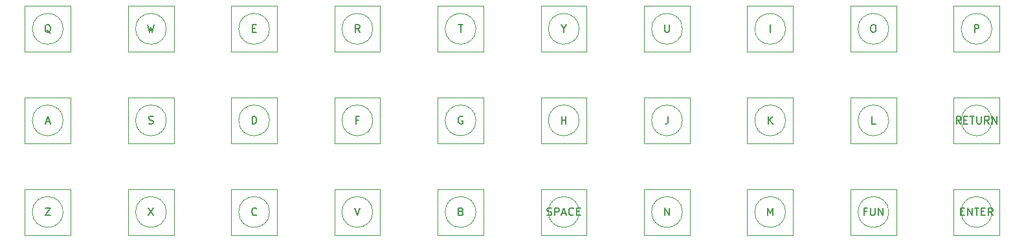
<source format=gbr>
%TF.GenerationSoftware,KiCad,Pcbnew,9.0.7*%
%TF.CreationDate,2026-01-30T19:35:37-03:00*%
%TF.ProjectId,teclado_matricial,7465636c-6164-46f5-9f6d-617472696369,rev?*%
%TF.SameCoordinates,Original*%
%TF.FileFunction,AssemblyDrawing,Top*%
%FSLAX46Y46*%
G04 Gerber Fmt 4.6, Leading zero omitted, Abs format (unit mm)*
G04 Created by KiCad (PCBNEW 9.0.7) date 2026-01-30 19:35:37*
%MOMM*%
%LPD*%
G01*
G04 APERTURE LIST*
%ADD10C,0.150000*%
%ADD11C,0.100000*%
G04 APERTURE END LIST*
D10*
X100821429Y-88704819D02*
X101059524Y-89704819D01*
X101059524Y-89704819D02*
X101250000Y-88990533D01*
X101250000Y-88990533D02*
X101440476Y-89704819D01*
X101440476Y-89704819D02*
X101678572Y-88704819D01*
X155250000Y-89228628D02*
X155250000Y-89704819D01*
X154916667Y-88704819D02*
X155250000Y-89228628D01*
X155250000Y-89228628D02*
X155583333Y-88704819D01*
X194845238Y-113181009D02*
X194511905Y-113181009D01*
X194511905Y-113704819D02*
X194511905Y-112704819D01*
X194511905Y-112704819D02*
X194988095Y-112704819D01*
X195369048Y-112704819D02*
X195369048Y-113514342D01*
X195369048Y-113514342D02*
X195416667Y-113609580D01*
X195416667Y-113609580D02*
X195464286Y-113657200D01*
X195464286Y-113657200D02*
X195559524Y-113704819D01*
X195559524Y-113704819D02*
X195750000Y-113704819D01*
X195750000Y-113704819D02*
X195845238Y-113657200D01*
X195845238Y-113657200D02*
X195892857Y-113609580D01*
X195892857Y-113609580D02*
X195940476Y-113514342D01*
X195940476Y-113514342D02*
X195940476Y-112704819D01*
X196416667Y-113704819D02*
X196416667Y-112704819D01*
X196416667Y-112704819D02*
X196988095Y-113704819D01*
X196988095Y-113704819D02*
X196988095Y-112704819D01*
X181916667Y-113704819D02*
X181916667Y-112704819D01*
X181916667Y-112704819D02*
X182250000Y-113419104D01*
X182250000Y-113419104D02*
X182583333Y-112704819D01*
X182583333Y-112704819D02*
X182583333Y-113704819D01*
X128392857Y-101181009D02*
X128059524Y-101181009D01*
X128059524Y-101704819D02*
X128059524Y-100704819D01*
X128059524Y-100704819D02*
X128535714Y-100704819D01*
X87416667Y-112704819D02*
X88083333Y-112704819D01*
X88083333Y-112704819D02*
X87416667Y-113704819D01*
X87416667Y-113704819D02*
X88083333Y-113704819D01*
X141464286Y-88704819D02*
X142035714Y-88704819D01*
X141750000Y-89704819D02*
X141750000Y-88704819D01*
X88130952Y-89800057D02*
X88035714Y-89752438D01*
X88035714Y-89752438D02*
X87940476Y-89657200D01*
X87940476Y-89657200D02*
X87797619Y-89514342D01*
X87797619Y-89514342D02*
X87702381Y-89466723D01*
X87702381Y-89466723D02*
X87607143Y-89466723D01*
X87654762Y-89704819D02*
X87559524Y-89657200D01*
X87559524Y-89657200D02*
X87464286Y-89561961D01*
X87464286Y-89561961D02*
X87416667Y-89371485D01*
X87416667Y-89371485D02*
X87416667Y-89038152D01*
X87416667Y-89038152D02*
X87464286Y-88847676D01*
X87464286Y-88847676D02*
X87559524Y-88752438D01*
X87559524Y-88752438D02*
X87654762Y-88704819D01*
X87654762Y-88704819D02*
X87845238Y-88704819D01*
X87845238Y-88704819D02*
X87940476Y-88752438D01*
X87940476Y-88752438D02*
X88035714Y-88847676D01*
X88035714Y-88847676D02*
X88083333Y-89038152D01*
X88083333Y-89038152D02*
X88083333Y-89371485D01*
X88083333Y-89371485D02*
X88035714Y-89561961D01*
X88035714Y-89561961D02*
X87940476Y-89657200D01*
X87940476Y-89657200D02*
X87845238Y-89704819D01*
X87845238Y-89704819D02*
X87654762Y-89704819D01*
X141821428Y-113181009D02*
X141964285Y-113228628D01*
X141964285Y-113228628D02*
X142011904Y-113276247D01*
X142011904Y-113276247D02*
X142059523Y-113371485D01*
X142059523Y-113371485D02*
X142059523Y-113514342D01*
X142059523Y-113514342D02*
X142011904Y-113609580D01*
X142011904Y-113609580D02*
X141964285Y-113657200D01*
X141964285Y-113657200D02*
X141869047Y-113704819D01*
X141869047Y-113704819D02*
X141488095Y-113704819D01*
X141488095Y-113704819D02*
X141488095Y-112704819D01*
X141488095Y-112704819D02*
X141821428Y-112704819D01*
X141821428Y-112704819D02*
X141916666Y-112752438D01*
X141916666Y-112752438D02*
X141964285Y-112800057D01*
X141964285Y-112800057D02*
X142011904Y-112895295D01*
X142011904Y-112895295D02*
X142011904Y-112990533D01*
X142011904Y-112990533D02*
X141964285Y-113085771D01*
X141964285Y-113085771D02*
X141916666Y-113133390D01*
X141916666Y-113133390D02*
X141821428Y-113181009D01*
X141821428Y-113181009D02*
X141488095Y-113181009D01*
X207178571Y-101704819D02*
X206845238Y-101228628D01*
X206607143Y-101704819D02*
X206607143Y-100704819D01*
X206607143Y-100704819D02*
X206988095Y-100704819D01*
X206988095Y-100704819D02*
X207083333Y-100752438D01*
X207083333Y-100752438D02*
X207130952Y-100800057D01*
X207130952Y-100800057D02*
X207178571Y-100895295D01*
X207178571Y-100895295D02*
X207178571Y-101038152D01*
X207178571Y-101038152D02*
X207130952Y-101133390D01*
X207130952Y-101133390D02*
X207083333Y-101181009D01*
X207083333Y-101181009D02*
X206988095Y-101228628D01*
X206988095Y-101228628D02*
X206607143Y-101228628D01*
X207607143Y-101181009D02*
X207940476Y-101181009D01*
X208083333Y-101704819D02*
X207607143Y-101704819D01*
X207607143Y-101704819D02*
X207607143Y-100704819D01*
X207607143Y-100704819D02*
X208083333Y-100704819D01*
X208369048Y-100704819D02*
X208940476Y-100704819D01*
X208654762Y-101704819D02*
X208654762Y-100704819D01*
X209273810Y-100704819D02*
X209273810Y-101514342D01*
X209273810Y-101514342D02*
X209321429Y-101609580D01*
X209321429Y-101609580D02*
X209369048Y-101657200D01*
X209369048Y-101657200D02*
X209464286Y-101704819D01*
X209464286Y-101704819D02*
X209654762Y-101704819D01*
X209654762Y-101704819D02*
X209750000Y-101657200D01*
X209750000Y-101657200D02*
X209797619Y-101609580D01*
X209797619Y-101609580D02*
X209845238Y-101514342D01*
X209845238Y-101514342D02*
X209845238Y-100704819D01*
X210892857Y-101704819D02*
X210559524Y-101228628D01*
X210321429Y-101704819D02*
X210321429Y-100704819D01*
X210321429Y-100704819D02*
X210702381Y-100704819D01*
X210702381Y-100704819D02*
X210797619Y-100752438D01*
X210797619Y-100752438D02*
X210845238Y-100800057D01*
X210845238Y-100800057D02*
X210892857Y-100895295D01*
X210892857Y-100895295D02*
X210892857Y-101038152D01*
X210892857Y-101038152D02*
X210845238Y-101133390D01*
X210845238Y-101133390D02*
X210797619Y-101181009D01*
X210797619Y-101181009D02*
X210702381Y-101228628D01*
X210702381Y-101228628D02*
X210321429Y-101228628D01*
X211321429Y-101704819D02*
X211321429Y-100704819D01*
X211321429Y-100704819D02*
X211892857Y-101704819D01*
X211892857Y-101704819D02*
X211892857Y-100704819D01*
X182250000Y-89704819D02*
X182250000Y-88704819D01*
X127916667Y-112704819D02*
X128250000Y-113704819D01*
X128250000Y-113704819D02*
X128583333Y-112704819D01*
X114535714Y-89181009D02*
X114869047Y-89181009D01*
X115011904Y-89704819D02*
X114535714Y-89704819D01*
X114535714Y-89704819D02*
X114535714Y-88704819D01*
X114535714Y-88704819D02*
X115011904Y-88704819D01*
X168892857Y-100704819D02*
X168892857Y-101419104D01*
X168892857Y-101419104D02*
X168845238Y-101561961D01*
X168845238Y-101561961D02*
X168750000Y-101657200D01*
X168750000Y-101657200D02*
X168607143Y-101704819D01*
X168607143Y-101704819D02*
X168511905Y-101704819D01*
X153083333Y-113657200D02*
X153226190Y-113704819D01*
X153226190Y-113704819D02*
X153464285Y-113704819D01*
X153464285Y-113704819D02*
X153559523Y-113657200D01*
X153559523Y-113657200D02*
X153607142Y-113609580D01*
X153607142Y-113609580D02*
X153654761Y-113514342D01*
X153654761Y-113514342D02*
X153654761Y-113419104D01*
X153654761Y-113419104D02*
X153607142Y-113323866D01*
X153607142Y-113323866D02*
X153559523Y-113276247D01*
X153559523Y-113276247D02*
X153464285Y-113228628D01*
X153464285Y-113228628D02*
X153273809Y-113181009D01*
X153273809Y-113181009D02*
X153178571Y-113133390D01*
X153178571Y-113133390D02*
X153130952Y-113085771D01*
X153130952Y-113085771D02*
X153083333Y-112990533D01*
X153083333Y-112990533D02*
X153083333Y-112895295D01*
X153083333Y-112895295D02*
X153130952Y-112800057D01*
X153130952Y-112800057D02*
X153178571Y-112752438D01*
X153178571Y-112752438D02*
X153273809Y-112704819D01*
X153273809Y-112704819D02*
X153511904Y-112704819D01*
X153511904Y-112704819D02*
X153654761Y-112752438D01*
X154083333Y-113704819D02*
X154083333Y-112704819D01*
X154083333Y-112704819D02*
X154464285Y-112704819D01*
X154464285Y-112704819D02*
X154559523Y-112752438D01*
X154559523Y-112752438D02*
X154607142Y-112800057D01*
X154607142Y-112800057D02*
X154654761Y-112895295D01*
X154654761Y-112895295D02*
X154654761Y-113038152D01*
X154654761Y-113038152D02*
X154607142Y-113133390D01*
X154607142Y-113133390D02*
X154559523Y-113181009D01*
X154559523Y-113181009D02*
X154464285Y-113228628D01*
X154464285Y-113228628D02*
X154083333Y-113228628D01*
X155035714Y-113419104D02*
X155511904Y-113419104D01*
X154940476Y-113704819D02*
X155273809Y-112704819D01*
X155273809Y-112704819D02*
X155607142Y-113704819D01*
X156511904Y-113609580D02*
X156464285Y-113657200D01*
X156464285Y-113657200D02*
X156321428Y-113704819D01*
X156321428Y-113704819D02*
X156226190Y-113704819D01*
X156226190Y-113704819D02*
X156083333Y-113657200D01*
X156083333Y-113657200D02*
X155988095Y-113561961D01*
X155988095Y-113561961D02*
X155940476Y-113466723D01*
X155940476Y-113466723D02*
X155892857Y-113276247D01*
X155892857Y-113276247D02*
X155892857Y-113133390D01*
X155892857Y-113133390D02*
X155940476Y-112942914D01*
X155940476Y-112942914D02*
X155988095Y-112847676D01*
X155988095Y-112847676D02*
X156083333Y-112752438D01*
X156083333Y-112752438D02*
X156226190Y-112704819D01*
X156226190Y-112704819D02*
X156321428Y-112704819D01*
X156321428Y-112704819D02*
X156464285Y-112752438D01*
X156464285Y-112752438D02*
X156511904Y-112800057D01*
X156940476Y-113181009D02*
X157273809Y-113181009D01*
X157416666Y-113704819D02*
X156940476Y-113704819D01*
X156940476Y-113704819D02*
X156940476Y-112704819D01*
X156940476Y-112704819D02*
X157416666Y-112704819D01*
X168464286Y-88704819D02*
X168464286Y-89514342D01*
X168464286Y-89514342D02*
X168511905Y-89609580D01*
X168511905Y-89609580D02*
X168559524Y-89657200D01*
X168559524Y-89657200D02*
X168654762Y-89704819D01*
X168654762Y-89704819D02*
X168845238Y-89704819D01*
X168845238Y-89704819D02*
X168940476Y-89657200D01*
X168940476Y-89657200D02*
X168988095Y-89609580D01*
X168988095Y-89609580D02*
X169035714Y-89514342D01*
X169035714Y-89514342D02*
X169035714Y-88704819D01*
X181988095Y-101704819D02*
X181988095Y-100704819D01*
X182559523Y-101704819D02*
X182130952Y-101133390D01*
X182559523Y-100704819D02*
X181988095Y-101276247D01*
X195654762Y-88704819D02*
X195845238Y-88704819D01*
X195845238Y-88704819D02*
X195940476Y-88752438D01*
X195940476Y-88752438D02*
X196035714Y-88847676D01*
X196035714Y-88847676D02*
X196083333Y-89038152D01*
X196083333Y-89038152D02*
X196083333Y-89371485D01*
X196083333Y-89371485D02*
X196035714Y-89561961D01*
X196035714Y-89561961D02*
X195940476Y-89657200D01*
X195940476Y-89657200D02*
X195845238Y-89704819D01*
X195845238Y-89704819D02*
X195654762Y-89704819D01*
X195654762Y-89704819D02*
X195559524Y-89657200D01*
X195559524Y-89657200D02*
X195464286Y-89561961D01*
X195464286Y-89561961D02*
X195416667Y-89371485D01*
X195416667Y-89371485D02*
X195416667Y-89038152D01*
X195416667Y-89038152D02*
X195464286Y-88847676D01*
X195464286Y-88847676D02*
X195559524Y-88752438D01*
X195559524Y-88752438D02*
X195654762Y-88704819D01*
X114488095Y-101704819D02*
X114488095Y-100704819D01*
X114488095Y-100704819D02*
X114726190Y-100704819D01*
X114726190Y-100704819D02*
X114869047Y-100752438D01*
X114869047Y-100752438D02*
X114964285Y-100847676D01*
X114964285Y-100847676D02*
X115011904Y-100942914D01*
X115011904Y-100942914D02*
X115059523Y-101133390D01*
X115059523Y-101133390D02*
X115059523Y-101276247D01*
X115059523Y-101276247D02*
X115011904Y-101466723D01*
X115011904Y-101466723D02*
X114964285Y-101561961D01*
X114964285Y-101561961D02*
X114869047Y-101657200D01*
X114869047Y-101657200D02*
X114726190Y-101704819D01*
X114726190Y-101704819D02*
X114488095Y-101704819D01*
X154964286Y-101704819D02*
X154964286Y-100704819D01*
X154964286Y-101181009D02*
X155535714Y-101181009D01*
X155535714Y-101704819D02*
X155535714Y-100704819D01*
X87511905Y-101419104D02*
X87988095Y-101419104D01*
X87416667Y-101704819D02*
X87750000Y-100704819D01*
X87750000Y-100704819D02*
X88083333Y-101704819D01*
X207178571Y-113181009D02*
X207511904Y-113181009D01*
X207654761Y-113704819D02*
X207178571Y-113704819D01*
X207178571Y-113704819D02*
X207178571Y-112704819D01*
X207178571Y-112704819D02*
X207654761Y-112704819D01*
X208083333Y-113704819D02*
X208083333Y-112704819D01*
X208083333Y-112704819D02*
X208654761Y-113704819D01*
X208654761Y-113704819D02*
X208654761Y-112704819D01*
X208988095Y-112704819D02*
X209559523Y-112704819D01*
X209273809Y-113704819D02*
X209273809Y-112704819D01*
X209892857Y-113181009D02*
X210226190Y-113181009D01*
X210369047Y-113704819D02*
X209892857Y-113704819D01*
X209892857Y-113704819D02*
X209892857Y-112704819D01*
X209892857Y-112704819D02*
X210369047Y-112704819D01*
X211369047Y-113704819D02*
X211035714Y-113228628D01*
X210797619Y-113704819D02*
X210797619Y-112704819D01*
X210797619Y-112704819D02*
X211178571Y-112704819D01*
X211178571Y-112704819D02*
X211273809Y-112752438D01*
X211273809Y-112752438D02*
X211321428Y-112800057D01*
X211321428Y-112800057D02*
X211369047Y-112895295D01*
X211369047Y-112895295D02*
X211369047Y-113038152D01*
X211369047Y-113038152D02*
X211321428Y-113133390D01*
X211321428Y-113133390D02*
X211273809Y-113181009D01*
X211273809Y-113181009D02*
X211178571Y-113228628D01*
X211178571Y-113228628D02*
X210797619Y-113228628D01*
X208988095Y-89704819D02*
X208988095Y-88704819D01*
X208988095Y-88704819D02*
X209369047Y-88704819D01*
X209369047Y-88704819D02*
X209464285Y-88752438D01*
X209464285Y-88752438D02*
X209511904Y-88800057D01*
X209511904Y-88800057D02*
X209559523Y-88895295D01*
X209559523Y-88895295D02*
X209559523Y-89038152D01*
X209559523Y-89038152D02*
X209511904Y-89133390D01*
X209511904Y-89133390D02*
X209464285Y-89181009D01*
X209464285Y-89181009D02*
X209369047Y-89228628D01*
X209369047Y-89228628D02*
X208988095Y-89228628D01*
X142011904Y-100752438D02*
X141916666Y-100704819D01*
X141916666Y-100704819D02*
X141773809Y-100704819D01*
X141773809Y-100704819D02*
X141630952Y-100752438D01*
X141630952Y-100752438D02*
X141535714Y-100847676D01*
X141535714Y-100847676D02*
X141488095Y-100942914D01*
X141488095Y-100942914D02*
X141440476Y-101133390D01*
X141440476Y-101133390D02*
X141440476Y-101276247D01*
X141440476Y-101276247D02*
X141488095Y-101466723D01*
X141488095Y-101466723D02*
X141535714Y-101561961D01*
X141535714Y-101561961D02*
X141630952Y-101657200D01*
X141630952Y-101657200D02*
X141773809Y-101704819D01*
X141773809Y-101704819D02*
X141869047Y-101704819D01*
X141869047Y-101704819D02*
X142011904Y-101657200D01*
X142011904Y-101657200D02*
X142059523Y-101609580D01*
X142059523Y-101609580D02*
X142059523Y-101276247D01*
X142059523Y-101276247D02*
X141869047Y-101276247D01*
X115059523Y-113609580D02*
X115011904Y-113657200D01*
X115011904Y-113657200D02*
X114869047Y-113704819D01*
X114869047Y-113704819D02*
X114773809Y-113704819D01*
X114773809Y-113704819D02*
X114630952Y-113657200D01*
X114630952Y-113657200D02*
X114535714Y-113561961D01*
X114535714Y-113561961D02*
X114488095Y-113466723D01*
X114488095Y-113466723D02*
X114440476Y-113276247D01*
X114440476Y-113276247D02*
X114440476Y-113133390D01*
X114440476Y-113133390D02*
X114488095Y-112942914D01*
X114488095Y-112942914D02*
X114535714Y-112847676D01*
X114535714Y-112847676D02*
X114630952Y-112752438D01*
X114630952Y-112752438D02*
X114773809Y-112704819D01*
X114773809Y-112704819D02*
X114869047Y-112704819D01*
X114869047Y-112704819D02*
X115011904Y-112752438D01*
X115011904Y-112752438D02*
X115059523Y-112800057D01*
X168464286Y-113704819D02*
X168464286Y-112704819D01*
X168464286Y-112704819D02*
X169035714Y-113704819D01*
X169035714Y-113704819D02*
X169035714Y-112704819D01*
X100916667Y-112704819D02*
X101583333Y-113704819D01*
X101583333Y-112704819D02*
X100916667Y-113704819D01*
X196059523Y-101704819D02*
X195583333Y-101704819D01*
X195583333Y-101704819D02*
X195583333Y-100704819D01*
X100964286Y-101657200D02*
X101107143Y-101704819D01*
X101107143Y-101704819D02*
X101345238Y-101704819D01*
X101345238Y-101704819D02*
X101440476Y-101657200D01*
X101440476Y-101657200D02*
X101488095Y-101609580D01*
X101488095Y-101609580D02*
X101535714Y-101514342D01*
X101535714Y-101514342D02*
X101535714Y-101419104D01*
X101535714Y-101419104D02*
X101488095Y-101323866D01*
X101488095Y-101323866D02*
X101440476Y-101276247D01*
X101440476Y-101276247D02*
X101345238Y-101228628D01*
X101345238Y-101228628D02*
X101154762Y-101181009D01*
X101154762Y-101181009D02*
X101059524Y-101133390D01*
X101059524Y-101133390D02*
X101011905Y-101085771D01*
X101011905Y-101085771D02*
X100964286Y-100990533D01*
X100964286Y-100990533D02*
X100964286Y-100895295D01*
X100964286Y-100895295D02*
X101011905Y-100800057D01*
X101011905Y-100800057D02*
X101059524Y-100752438D01*
X101059524Y-100752438D02*
X101154762Y-100704819D01*
X101154762Y-100704819D02*
X101392857Y-100704819D01*
X101392857Y-100704819D02*
X101535714Y-100752438D01*
X128559523Y-89704819D02*
X128226190Y-89228628D01*
X127988095Y-89704819D02*
X127988095Y-88704819D01*
X127988095Y-88704819D02*
X128369047Y-88704819D01*
X128369047Y-88704819D02*
X128464285Y-88752438D01*
X128464285Y-88752438D02*
X128511904Y-88800057D01*
X128511904Y-88800057D02*
X128559523Y-88895295D01*
X128559523Y-88895295D02*
X128559523Y-89038152D01*
X128559523Y-89038152D02*
X128511904Y-89133390D01*
X128511904Y-89133390D02*
X128464285Y-89181009D01*
X128464285Y-89181009D02*
X128369047Y-89228628D01*
X128369047Y-89228628D02*
X127988095Y-89228628D01*
D11*
%TO.C,j*%
X165750000Y-98250000D02*
X168750000Y-98250000D01*
X165750000Y-104250000D02*
X165750000Y-98250000D01*
X168750000Y-98250000D02*
X171750000Y-98250000D01*
X171750000Y-98250000D02*
X171750000Y-104250000D01*
X171750000Y-104250000D02*
X165750000Y-104250000D01*
X170765564Y-101250000D02*
G75*
G02*
X166734436Y-101250000I-2015564J0D01*
G01*
X166734436Y-101250000D02*
G75*
G02*
X170765564Y-101250000I2015564J0D01*
G01*
%TO.C,g*%
X138750000Y-98250000D02*
X141750000Y-98250000D01*
X138750000Y-104250000D02*
X138750000Y-98250000D01*
X141750000Y-98250000D02*
X144750000Y-98250000D01*
X144750000Y-98250000D02*
X144750000Y-104250000D01*
X144750000Y-104250000D02*
X138750000Y-104250000D01*
X143765564Y-101250000D02*
G75*
G02*
X139734436Y-101250000I-2015564J0D01*
G01*
X139734436Y-101250000D02*
G75*
G02*
X143765564Y-101250000I2015564J0D01*
G01*
%TO.C,z*%
X84750000Y-110250000D02*
X87750000Y-110250000D01*
X84750000Y-116250000D02*
X84750000Y-110250000D01*
X87750000Y-110250000D02*
X90750000Y-110250000D01*
X90750000Y-110250000D02*
X90750000Y-116250000D01*
X90750000Y-116250000D02*
X84750000Y-116250000D01*
X89765564Y-113250000D02*
G75*
G02*
X85734436Y-113250000I-2015564J0D01*
G01*
X85734436Y-113250000D02*
G75*
G02*
X89765564Y-113250000I2015564J0D01*
G01*
%TO.C,u*%
X165750000Y-86250000D02*
X168750000Y-86250000D01*
X165750000Y-92250000D02*
X165750000Y-86250000D01*
X168750000Y-86250000D02*
X171750000Y-86250000D01*
X171750000Y-86250000D02*
X171750000Y-92250000D01*
X171750000Y-92250000D02*
X165750000Y-92250000D01*
X170765564Y-89250000D02*
G75*
G02*
X166734436Y-89250000I-2015564J0D01*
G01*
X166734436Y-89250000D02*
G75*
G02*
X170765564Y-89250000I2015564J0D01*
G01*
%TO.C,o*%
X192750000Y-86250000D02*
X195750000Y-86250000D01*
X192750000Y-92250000D02*
X192750000Y-86250000D01*
X195750000Y-86250000D02*
X198750000Y-86250000D01*
X198750000Y-86250000D02*
X198750000Y-92250000D01*
X198750000Y-92250000D02*
X192750000Y-92250000D01*
X197765564Y-89250000D02*
G75*
G02*
X193734436Y-89250000I-2015564J0D01*
G01*
X193734436Y-89250000D02*
G75*
G02*
X197765564Y-89250000I2015564J0D01*
G01*
%TO.C,n*%
X165750000Y-110250000D02*
X168750000Y-110250000D01*
X165750000Y-116250000D02*
X165750000Y-110250000D01*
X168750000Y-110250000D02*
X171750000Y-110250000D01*
X171750000Y-110250000D02*
X171750000Y-116250000D01*
X171750000Y-116250000D02*
X165750000Y-116250000D01*
X170765564Y-113250000D02*
G75*
G02*
X166734436Y-113250000I-2015564J0D01*
G01*
X166734436Y-113250000D02*
G75*
G02*
X170765564Y-113250000I2015564J0D01*
G01*
%TO.C,ret*%
X206250000Y-98250000D02*
X209250000Y-98250000D01*
X206250000Y-104250000D02*
X206250000Y-98250000D01*
X209250000Y-98250000D02*
X212250000Y-98250000D01*
X212250000Y-98250000D02*
X212250000Y-104250000D01*
X212250000Y-104250000D02*
X206250000Y-104250000D01*
X211265564Y-101250000D02*
G75*
G02*
X207234436Y-101250000I-2015564J0D01*
G01*
X207234436Y-101250000D02*
G75*
G02*
X211265564Y-101250000I2015564J0D01*
G01*
%TO.C,space*%
X152250000Y-110250000D02*
X155250000Y-110250000D01*
X152250000Y-116250000D02*
X152250000Y-110250000D01*
X155250000Y-110250000D02*
X158250000Y-110250000D01*
X158250000Y-110250000D02*
X158250000Y-116250000D01*
X158250000Y-116250000D02*
X152250000Y-116250000D01*
X157265564Y-113250000D02*
G75*
G02*
X153234436Y-113250000I-2015564J0D01*
G01*
X153234436Y-113250000D02*
G75*
G02*
X157265564Y-113250000I2015564J0D01*
G01*
%TO.C,q*%
X84750000Y-86250000D02*
X87750000Y-86250000D01*
X84750000Y-92250000D02*
X84750000Y-86250000D01*
X87750000Y-86250000D02*
X90750000Y-86250000D01*
X90750000Y-86250000D02*
X90750000Y-92250000D01*
X90750000Y-92250000D02*
X84750000Y-92250000D01*
X89765564Y-89250000D02*
G75*
G02*
X85734436Y-89250000I-2015564J0D01*
G01*
X85734436Y-89250000D02*
G75*
G02*
X89765564Y-89250000I2015564J0D01*
G01*
%TO.C,fun*%
X192750000Y-110250000D02*
X195750000Y-110250000D01*
X192750000Y-116250000D02*
X192750000Y-110250000D01*
X195750000Y-110250000D02*
X198750000Y-110250000D01*
X198750000Y-110250000D02*
X198750000Y-116250000D01*
X198750000Y-116250000D02*
X192750000Y-116250000D01*
X197765564Y-113250000D02*
G75*
G02*
X193734436Y-113250000I-2015564J0D01*
G01*
X193734436Y-113250000D02*
G75*
G02*
X197765564Y-113250000I2015564J0D01*
G01*
%TO.C,m*%
X179250000Y-110250000D02*
X182250000Y-110250000D01*
X179250000Y-116250000D02*
X179250000Y-110250000D01*
X182250000Y-110250000D02*
X185250000Y-110250000D01*
X185250000Y-110250000D02*
X185250000Y-116250000D01*
X185250000Y-116250000D02*
X179250000Y-116250000D01*
X184265564Y-113250000D02*
G75*
G02*
X180234436Y-113250000I-2015564J0D01*
G01*
X180234436Y-113250000D02*
G75*
G02*
X184265564Y-113250000I2015564J0D01*
G01*
%TO.C,f*%
X125250000Y-98250000D02*
X128250000Y-98250000D01*
X125250000Y-104250000D02*
X125250000Y-98250000D01*
X128250000Y-98250000D02*
X131250000Y-98250000D01*
X131250000Y-98250000D02*
X131250000Y-104250000D01*
X131250000Y-104250000D02*
X125250000Y-104250000D01*
X130265564Y-101250000D02*
G75*
G02*
X126234436Y-101250000I-2015564J0D01*
G01*
X126234436Y-101250000D02*
G75*
G02*
X130265564Y-101250000I2015564J0D01*
G01*
%TO.C,x*%
X98250000Y-110250000D02*
X101250000Y-110250000D01*
X98250000Y-116250000D02*
X98250000Y-110250000D01*
X101250000Y-110250000D02*
X104250000Y-110250000D01*
X104250000Y-110250000D02*
X104250000Y-116250000D01*
X104250000Y-116250000D02*
X98250000Y-116250000D01*
X103265564Y-113250000D02*
G75*
G02*
X99234436Y-113250000I-2015564J0D01*
G01*
X99234436Y-113250000D02*
G75*
G02*
X103265564Y-113250000I2015564J0D01*
G01*
%TO.C,r*%
X125250000Y-86250000D02*
X128250000Y-86250000D01*
X125250000Y-92250000D02*
X125250000Y-86250000D01*
X128250000Y-86250000D02*
X131250000Y-86250000D01*
X131250000Y-86250000D02*
X131250000Y-92250000D01*
X131250000Y-92250000D02*
X125250000Y-92250000D01*
X130265564Y-89250000D02*
G75*
G02*
X126234436Y-89250000I-2015564J0D01*
G01*
X126234436Y-89250000D02*
G75*
G02*
X130265564Y-89250000I2015564J0D01*
G01*
%TO.C,k*%
X179250000Y-98250000D02*
X182250000Y-98250000D01*
X179250000Y-104250000D02*
X179250000Y-98250000D01*
X182250000Y-98250000D02*
X185250000Y-98250000D01*
X185250000Y-98250000D02*
X185250000Y-104250000D01*
X185250000Y-104250000D02*
X179250000Y-104250000D01*
X184265564Y-101250000D02*
G75*
G02*
X180234436Y-101250000I-2015564J0D01*
G01*
X180234436Y-101250000D02*
G75*
G02*
X184265564Y-101250000I2015564J0D01*
G01*
%TO.C,w*%
X98250000Y-86250000D02*
X101250000Y-86250000D01*
X98250000Y-92250000D02*
X98250000Y-86250000D01*
X101250000Y-86250000D02*
X104250000Y-86250000D01*
X104250000Y-86250000D02*
X104250000Y-92250000D01*
X104250000Y-92250000D02*
X98250000Y-92250000D01*
X103265564Y-89250000D02*
G75*
G02*
X99234436Y-89250000I-2015564J0D01*
G01*
X99234436Y-89250000D02*
G75*
G02*
X103265564Y-89250000I2015564J0D01*
G01*
%TO.C,enter*%
X206250000Y-110250000D02*
X209250000Y-110250000D01*
X206250000Y-116250000D02*
X206250000Y-110250000D01*
X209250000Y-110250000D02*
X212250000Y-110250000D01*
X212250000Y-110250000D02*
X212250000Y-116250000D01*
X212250000Y-116250000D02*
X206250000Y-116250000D01*
X211265564Y-113250000D02*
G75*
G02*
X207234436Y-113250000I-2015564J0D01*
G01*
X207234436Y-113250000D02*
G75*
G02*
X211265564Y-113250000I2015564J0D01*
G01*
%TO.C,p*%
X206250000Y-86250000D02*
X209250000Y-86250000D01*
X206250000Y-92250000D02*
X206250000Y-86250000D01*
X209250000Y-86250000D02*
X212250000Y-86250000D01*
X212250000Y-86250000D02*
X212250000Y-92250000D01*
X212250000Y-92250000D02*
X206250000Y-92250000D01*
X211265564Y-89250000D02*
G75*
G02*
X207234436Y-89250000I-2015564J0D01*
G01*
X207234436Y-89250000D02*
G75*
G02*
X211265564Y-89250000I2015564J0D01*
G01*
%TO.C,l*%
X192750000Y-98250000D02*
X195750000Y-98250000D01*
X192750000Y-104250000D02*
X192750000Y-98250000D01*
X195750000Y-98250000D02*
X198750000Y-98250000D01*
X198750000Y-98250000D02*
X198750000Y-104250000D01*
X198750000Y-104250000D02*
X192750000Y-104250000D01*
X197765564Y-101250000D02*
G75*
G02*
X193734436Y-101250000I-2015564J0D01*
G01*
X193734436Y-101250000D02*
G75*
G02*
X197765564Y-101250000I2015564J0D01*
G01*
%TO.C,a*%
X84750000Y-98250000D02*
X87750000Y-98250000D01*
X84750000Y-104250000D02*
X84750000Y-98250000D01*
X87750000Y-98250000D02*
X90750000Y-98250000D01*
X90750000Y-98250000D02*
X90750000Y-104250000D01*
X90750000Y-104250000D02*
X84750000Y-104250000D01*
X89765564Y-101250000D02*
G75*
G02*
X85734436Y-101250000I-2015564J0D01*
G01*
X85734436Y-101250000D02*
G75*
G02*
X89765564Y-101250000I2015564J0D01*
G01*
%TO.C,h*%
X152250000Y-98250000D02*
X155250000Y-98250000D01*
X152250000Y-104250000D02*
X152250000Y-98250000D01*
X155250000Y-98250000D02*
X158250000Y-98250000D01*
X158250000Y-98250000D02*
X158250000Y-104250000D01*
X158250000Y-104250000D02*
X152250000Y-104250000D01*
X157265564Y-101250000D02*
G75*
G02*
X153234436Y-101250000I-2015564J0D01*
G01*
X153234436Y-101250000D02*
G75*
G02*
X157265564Y-101250000I2015564J0D01*
G01*
%TO.C,b*%
X138750000Y-110250000D02*
X141750000Y-110250000D01*
X138750000Y-116250000D02*
X138750000Y-110250000D01*
X141750000Y-110250000D02*
X144750000Y-110250000D01*
X144750000Y-110250000D02*
X144750000Y-116250000D01*
X144750000Y-116250000D02*
X138750000Y-116250000D01*
X143765564Y-113250000D02*
G75*
G02*
X139734436Y-113250000I-2015564J0D01*
G01*
X139734436Y-113250000D02*
G75*
G02*
X143765564Y-113250000I2015564J0D01*
G01*
%TO.C,v*%
X125250000Y-110250000D02*
X128250000Y-110250000D01*
X125250000Y-116250000D02*
X125250000Y-110250000D01*
X128250000Y-110250000D02*
X131250000Y-110250000D01*
X131250000Y-110250000D02*
X131250000Y-116250000D01*
X131250000Y-116250000D02*
X125250000Y-116250000D01*
X130265564Y-113250000D02*
G75*
G02*
X126234436Y-113250000I-2015564J0D01*
G01*
X126234436Y-113250000D02*
G75*
G02*
X130265564Y-113250000I2015564J0D01*
G01*
%TO.C,d*%
X111750000Y-98250000D02*
X114750000Y-98250000D01*
X111750000Y-104250000D02*
X111750000Y-98250000D01*
X114750000Y-98250000D02*
X117750000Y-98250000D01*
X117750000Y-98250000D02*
X117750000Y-104250000D01*
X117750000Y-104250000D02*
X111750000Y-104250000D01*
X116765564Y-101250000D02*
G75*
G02*
X112734436Y-101250000I-2015564J0D01*
G01*
X112734436Y-101250000D02*
G75*
G02*
X116765564Y-101250000I2015564J0D01*
G01*
%TO.C,t*%
X138750000Y-86250000D02*
X141750000Y-86250000D01*
X138750000Y-92250000D02*
X138750000Y-86250000D01*
X141750000Y-86250000D02*
X144750000Y-86250000D01*
X144750000Y-86250000D02*
X144750000Y-92250000D01*
X144750000Y-92250000D02*
X138750000Y-92250000D01*
X143765564Y-89250000D02*
G75*
G02*
X139734436Y-89250000I-2015564J0D01*
G01*
X139734436Y-89250000D02*
G75*
G02*
X143765564Y-89250000I2015564J0D01*
G01*
%TO.C,i*%
X179250000Y-86250000D02*
X182250000Y-86250000D01*
X179250000Y-92250000D02*
X179250000Y-86250000D01*
X182250000Y-86250000D02*
X185250000Y-86250000D01*
X185250000Y-86250000D02*
X185250000Y-92250000D01*
X185250000Y-92250000D02*
X179250000Y-92250000D01*
X184265564Y-89250000D02*
G75*
G02*
X180234436Y-89250000I-2015564J0D01*
G01*
X180234436Y-89250000D02*
G75*
G02*
X184265564Y-89250000I2015564J0D01*
G01*
%TO.C,y*%
X152250000Y-86250000D02*
X155250000Y-86250000D01*
X152250000Y-92250000D02*
X152250000Y-86250000D01*
X155250000Y-86250000D02*
X158250000Y-86250000D01*
X158250000Y-86250000D02*
X158250000Y-92250000D01*
X158250000Y-92250000D02*
X152250000Y-92250000D01*
X157265564Y-89250000D02*
G75*
G02*
X153234436Y-89250000I-2015564J0D01*
G01*
X153234436Y-89250000D02*
G75*
G02*
X157265564Y-89250000I2015564J0D01*
G01*
%TO.C,s*%
X98250000Y-98250000D02*
X101250000Y-98250000D01*
X98250000Y-104250000D02*
X98250000Y-98250000D01*
X101250000Y-98250000D02*
X104250000Y-98250000D01*
X104250000Y-98250000D02*
X104250000Y-104250000D01*
X104250000Y-104250000D02*
X98250000Y-104250000D01*
X103265564Y-101250000D02*
G75*
G02*
X99234436Y-101250000I-2015564J0D01*
G01*
X99234436Y-101250000D02*
G75*
G02*
X103265564Y-101250000I2015564J0D01*
G01*
%TO.C,c*%
X111750000Y-110250000D02*
X114750000Y-110250000D01*
X111750000Y-116250000D02*
X111750000Y-110250000D01*
X114750000Y-110250000D02*
X117750000Y-110250000D01*
X117750000Y-110250000D02*
X117750000Y-116250000D01*
X117750000Y-116250000D02*
X111750000Y-116250000D01*
X116765564Y-113250000D02*
G75*
G02*
X112734436Y-113250000I-2015564J0D01*
G01*
X112734436Y-113250000D02*
G75*
G02*
X116765564Y-113250000I2015564J0D01*
G01*
%TO.C,e*%
X111750000Y-86250000D02*
X114750000Y-86250000D01*
X111750000Y-92250000D02*
X111750000Y-86250000D01*
X114750000Y-86250000D02*
X117750000Y-86250000D01*
X117750000Y-86250000D02*
X117750000Y-92250000D01*
X117750000Y-92250000D02*
X111750000Y-92250000D01*
X116765564Y-89250000D02*
G75*
G02*
X112734436Y-89250000I-2015564J0D01*
G01*
X112734436Y-89250000D02*
G75*
G02*
X116765564Y-89250000I2015564J0D01*
G01*
%TD*%
M02*

</source>
